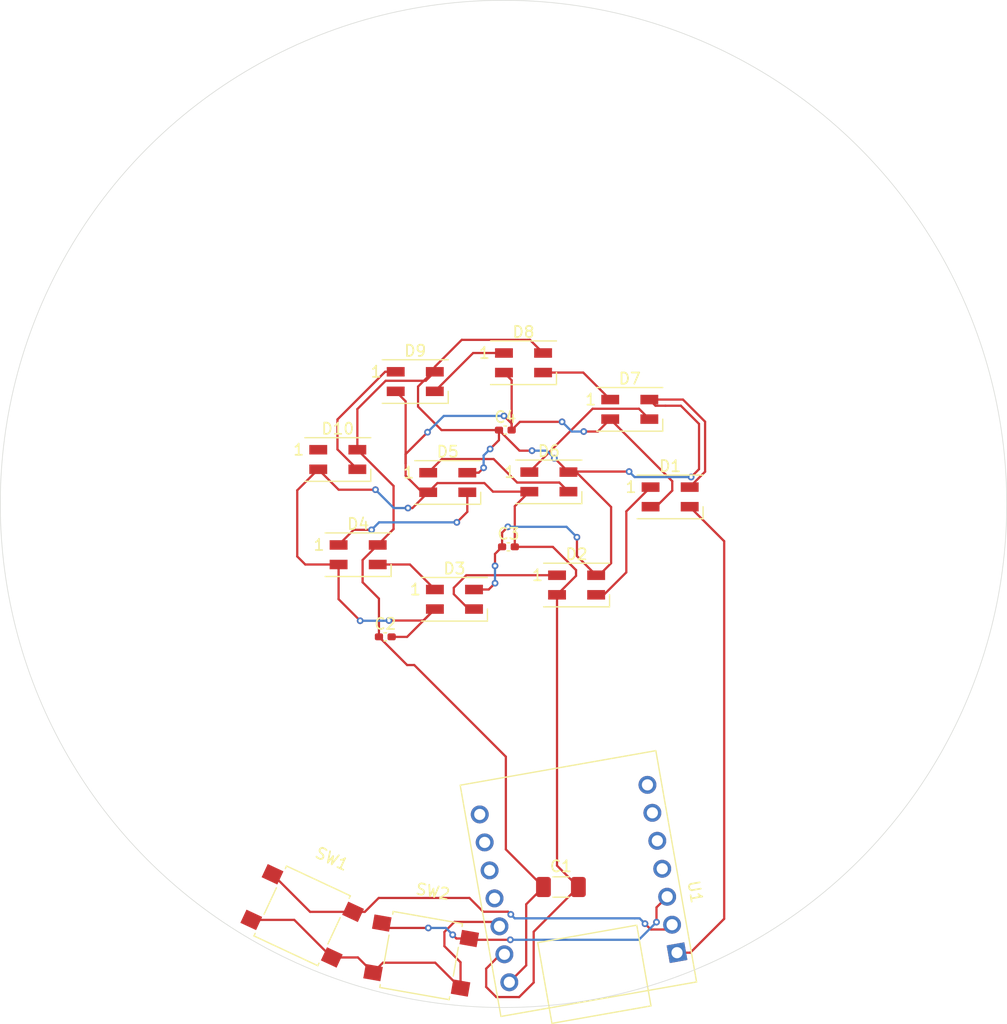
<source format=kicad_pcb>
(kicad_pcb (version 20221018) (generator pcbnew)
  (layers (0 "F.Cu" signal) (31 "B.Cu" signal) (34 "B.Paste" user) (35 "F.Paste" user) (36 "B.SilkS" user "B.Silkscreen") (37 "F.SilkS" user "F.Silkscreen") (38 "B.Mask" user) (39 "F.Mask" user) (44 "Edge.Cuts" user))
  (net 0 "")
  (net 1 "+5V")
  (net 2 "GND")
  (net 3 "Net-(D1-DOUT)")
  (net 4 "Net-(D1-DIN)")
  (net 5 "Net-(D2-DOUT)")
  (net 6 "Net-(D3-DOUT)")
  (net 7 "Net-(D4-DOUT)")
  (net 8 "Net-(D5-DOUT)")
  (net 9 "Net-(D6-DOUT)")
  (net 10 "Net-(D7-DOUT)")
  (net 11 "Net-(D8-DOUT)")
  (net 12 "Net-(D10-DIN)")
  (net 14 "+3.3V")
  (net 15 "Net-(U1-PA4_A1_D1)")
  (net 16 "Net-(U1-PA10_A2_D2)")
  (footprint "Button_Switch_SMD:SW_SPST_B3S-1000" (layer "F.Cu") (at 195.64 143.61 170)
    (fp_text reference "SW2" (at -0.040781 5.815431 170) (layer "F.SilkS"))
    (fp_text value "SW_Push")
    (fp_line (start -3.15 -3.45) (end 3.15 -3.45) (stroke (width 0.12)) (layer "F.SilkS"))
    (fp_line (start -3.15 -3.2) (end -3.15 -3.45) (stroke (width 0.12)) (layer "F.SilkS"))
    (fp_line (start -3.15 1.3) (end -3.15 -1.3) (stroke (width 0.12)) (layer "F.SilkS"))
    (fp_line (start -3.15 3.45) (end -3.15 3.2) (stroke (width 0.12)) (layer "F.SilkS"))
    (fp_line (start 3.15 -3.45) (end 3.15 -3.2) (stroke (width 0.12)) (layer "F.SilkS"))
    (fp_line (start 3.15 -1.3) (end 3.15 1.3) (stroke (width 0.12)) (layer "F.SilkS"))
    (fp_line (start 3.15 3.2) (end 3.15 3.45) (stroke (width 0.12)) (layer "F.SilkS"))
    (fp_line (start 3.15 3.45) (end -3.15 3.45) (stroke (width 0.12)) (layer "F.SilkS"))
    (pad "1" smd rect (at -3.975 -2.25 170) (size 1.55 1.3) (layers "F.Cu" "F.Paste" "F.Mask") (net 14 "+3.3V"))
    (pad "1" smd rect (at 3.975 -2.25 170) (size 1.55 1.3) (layers "F.Cu" "F.Paste" "F.Mask") (net 14 "+3.3V"))
    (pad "2" smd rect (at -3.975 2.25 170) (size 1.55 1.3) (layers "F.Cu" "F.Paste" "F.Mask") (net 16 "Net-(U1-PA10_A2_D2)"))
    (pad "2" smd rect (at 3.975 2.25 170) (size 1.55 1.3) (layers "F.Cu" "F.Paste" "F.Mask") (net 16 "Net-(U1-PA10_A2_D2)"))
  )
  (footprint "LED_SMD:LED_SK6812MINI_PLCC4_3.5x3.5mm_P1.75mm" (layer "F.Cu") (at 207.07 101.25)
    (fp_text reference "D6" (at 0 -2.75) (layer "F.SilkS"))
    (fp_text value "SK6812MINI")
    (fp_text user "1" (at -3.5 -0.875) (layer "F.SilkS"))
    (fp_line (start -2.95 -1.95) (end 2.95 -1.95) (stroke (width 0.12)) (layer "F.SilkS"))
    (fp_line (start -2.95 1.95) (end 2.95 1.95) (stroke (width 0.12)) (layer "F.SilkS"))
    (fp_line (start 2.95 1.95) (end 2.95 0.875) (stroke (width 0.12)) (layer "F.SilkS"))
    (pad "1" smd rect (at -1.75 -0.875) (size 1.6 0.85) (layers "F.Cu" "F.Paste" "F.Mask") (net 9 "Net-(D6-DOUT)"))
    (pad "2" smd rect (at -1.75 0.875) (size 1.6 0.85) (layers "F.Cu" "F.Paste" "F.Mask") (net 2 "GND"))
    (pad "3" smd rect (at 1.75 0.875) (size 1.6 0.85) (layers "F.Cu" "F.Paste" "F.Mask") (net 8 "Net-(D5-DOUT)"))
    (pad "4" smd rect (at 1.75 -0.875) (size 1.6 0.85) (layers "F.Cu" "F.Paste" "F.Mask") (net 1 "+5V"))
  )
  (footprint "Capacitor_SMD:C_1206_3216Metric_Pad1.33x1.80mm_HandSolder" (layer "F.Cu") (at 208.1475 137.48)
    (fp_text reference "C1" (at 0 -1.85) (layer "F.SilkS"))
    (fp_text value "100uF")
    (fp_line (start -0.711252 -0.91) (end 0.711252 -0.91) (stroke (width 0.12)) (layer "F.SilkS"))
    (fp_line (start -0.711252 0.91) (end 0.711252 0.91) (stroke (width 0.12)) (layer "F.SilkS"))
    (pad "1" smd roundrect (at -1.5625 0) (size 1.325 1.8) (layers "F.Cu" "F.Paste" "F.Mask") (roundrect_rratio 0.1886792453) (net 1 "+5V"))
    (pad "2" smd roundrect (at 1.5625 0) (size 1.325 1.8) (layers "F.Cu" "F.Paste" "F.Mask") (roundrect_rratio 0.1886792453) (net 2 "GND"))
  )
  (footprint "LED_SMD:LED_SK6812MINI_PLCC4_3.5x3.5mm_P1.75mm" (layer "F.Cu") (at 209.55 110.475)
    (fp_text reference "D2" (at 0 -2.75) (layer "F.SilkS"))
    (fp_text value "SK6812MINI")
    (fp_text user "1" (at -3.5 -0.875) (layer "F.SilkS"))
    (fp_line (start -2.95 -1.95) (end 2.95 -1.95) (stroke (width 0.12)) (layer "F.SilkS"))
    (fp_line (start -2.95 1.95) (end 2.95 1.95) (stroke (width 0.12)) (layer "F.SilkS"))
    (fp_line (start 2.95 1.95) (end 2.95 0.875) (stroke (width 0.12)) (layer "F.SilkS"))
    (pad "1" smd rect (at -1.75 -0.875) (size 1.6 0.85) (layers "F.Cu" "F.Paste" "F.Mask") (net 5 "Net-(D2-DOUT)"))
    (pad "2" smd rect (at -1.75 0.875) (size 1.6 0.85) (layers "F.Cu" "F.Paste" "F.Mask") (net 2 "GND"))
    (pad "3" smd rect (at 1.75 0.875) (size 1.6 0.85) (layers "F.Cu" "F.Paste" "F.Mask") (net 3 "Net-(D1-DOUT)"))
    (pad "4" smd rect (at 1.75 -0.875) (size 1.6 0.85) (layers "F.Cu" "F.Paste" "F.Mask") (net 1 "+5V"))
  )
  (footprint "Capacitor_SMD:C_0402_1005Metric_Pad0.74x0.62mm_HandSolder" (layer "F.Cu") (at 203.17 96.62)
    (fp_text reference "C4" (at 0 -1.16) (layer "F.SilkS"))
    (fp_text value "4.7nF")
    (fp_line (start -0.115835 -0.36) (end 0.115835 -0.36) (stroke (width 0.12)) (layer "F.SilkS"))
    (fp_line (start -0.115835 0.36) (end 0.115835 0.36) (stroke (width 0.12)) (layer "F.SilkS"))
    (pad "1" smd roundrect (at -0.5675 0) (size 0.735 0.62) (layers "F.Cu" "F.Paste" "F.Mask") (net 1 "+5V"))
    (pad "2" smd roundrect (at 0.5675 0) (size 0.735 0.62) (layers "F.Cu" "F.Paste" "F.Mask") (net 2 "GND"))
  )
  (footprint "LED_SMD:LED_SK6812MINI_PLCC4_3.5x3.5mm_P1.75mm" (layer "F.Cu") (at 217.92 102.595)
    (fp_text reference "D1" (at 0 -2.75) (layer "F.SilkS"))
    (fp_text value "SK6812MINI")
    (fp_text user "1" (at -3.5 -0.875) (layer "F.SilkS"))
    (fp_line (start -2.95 -1.95) (end 2.95 -1.95) (stroke (width 0.12)) (layer "F.SilkS"))
    (fp_line (start -2.95 1.95) (end 2.95 1.95) (stroke (width 0.12)) (layer "F.SilkS"))
    (fp_line (start 2.95 1.95) (end 2.95 0.875) (stroke (width 0.12)) (layer "F.SilkS"))
    (pad "1" smd rect (at -1.75 -0.875) (size 1.6 0.85) (layers "F.Cu" "F.Paste" "F.Mask") (net 3 "Net-(D1-DOUT)"))
    (pad "2" smd rect (at -1.75 0.875) (size 1.6 0.85) (layers "F.Cu" "F.Paste" "F.Mask") (net 2 "GND"))
    (pad "3" smd rect (at 1.75 0.875) (size 1.6 0.85) (layers "F.Cu" "F.Paste" "F.Mask") (net 4 "Net-(D1-DIN)"))
    (pad "4" smd rect (at 1.75 -0.875) (size 1.6 0.85) (layers "F.Cu" "F.Paste" "F.Mask") (net 1 "+5V"))
  )
  (footprint "LED_SMD:LED_SK6812MINI_PLCC4_3.5x3.5mm_P1.75mm" (layer "F.Cu") (at 188.18 99.25)
    (fp_text reference "D10" (at 0 -2.75) (layer "F.SilkS"))
    (fp_text value "SK6812MINI")
    (fp_text user "1" (at -3.5 -0.875) (layer "F.SilkS"))
    (fp_line (start -2.95 -1.95) (end 2.95 -1.95) (stroke (width 0.12)) (layer "F.SilkS"))
    (fp_line (start -2.95 1.95) (end 2.95 1.95) (stroke (width 0.12)) (layer "F.SilkS"))
    (fp_line (start 2.95 1.95) (end 2.95 0.875) (stroke (width 0.12)) (layer "F.SilkS"))
    (pad "1" smd rect (at -1.75 -0.875) (size 1.6 0.85) (layers "F.Cu" "F.Paste" "F.Mask"))
    (pad "2" smd rect (at -1.75 0.875) (size 1.6 0.85) (layers "F.Cu" "F.Paste" "F.Mask") (net 2 "GND"))
    (pad "3" smd rect (at 1.75 0.875) (size 1.6 0.85) (layers "F.Cu" "F.Paste" "F.Mask") (net 12 "Net-(D10-DIN)"))
    (pad "4" smd rect (at 1.75 -0.875) (size 1.6 0.85) (layers "F.Cu" "F.Paste" "F.Mask") (net 1 "+5V"))
  )
  (footprint "XIAO_PCB:MOUDLE14P-2.54-21X17.8MM" (layer "F.Cu") (at 209.71 137.171793 -80)
    (fp_text reference "U1" (at 2.54 -10.16 -80 unlocked) (layer "F.SilkS"))
    (fp_text value "MOUDLE-SEEEDUINO-XIAO")
    (fp_rect (start -10.5 -8.89) (end 10.5 8.89) (stroke (width 0.12)) (fill none) (layer "F.SilkS"))
    (fp_rect (start 4.57 -4.5) (end 11.9 4.5) (stroke (width 0.12)) (fill none) (layer "F.SilkS"))
    (pad "1" thru_hole rect (at 7.62 -7.62 280) (size 1.6 1.6) (drill 1) (layers "*.Cu" "*.Mask") (net 4 "Net-(D1-DIN)"))
    (pad "2" thru_hole circle (at 5.08 -7.62 280) (size 1.6 1.6) (drill 1) (layers "*.Cu" "*.Mask") (net 15 "Net-(U1-PA4_A1_D1)"))
    (pad "3" thru_hole circle (at 2.54 -7.62 280) (size 1.6 1.6) (drill 1) (layers "*.Cu" "*.Mask") (net 16 "Net-(U1-PA10_A2_D2)"))
    (pad "4" thru_hole circle (at 0 -7.62 280) (size 1.6 1.6) (drill 1) (layers "*.Cu" "*.Mask"))
    (pad "5" thru_hole circle (at -2.54 -7.62 280) (size 1.6 1.6) (drill 1) (layers "*.Cu" "*.Mask"))
    (pad "6" thru_hole circle (at -5.08 -7.62 280) (size 1.6 1.6) (drill 1) (layers "*.Cu" "*.Mask"))
    (pad "7" thru_hole circle (at -7.62 -7.62 280) (size 1.6 1.6) (drill 1) (layers "*.Cu" "*.Mask"))
    (pad "8" thru_hole circle (at -7.62 7.62 280) (size 1.6 1.6) (drill 1) (layers "*.Cu" "*.Mask"))
    (pad "9" thru_hole circle (at -5.08 7.62 280) (size 1.6 1.6) (drill 1) (layers "*.Cu" "*.Mask"))
    (pad "10" thru_hole circle (at -2.54 7.62 280) (size 1.6 1.6) (drill 1) (layers "*.Cu" "*.Mask"))
    (pad "11" thru_hole circle (at 0 7.62 280) (size 1.6 1.6) (drill 1) (layers "*.Cu" "*.Mask"))
    (pad "12" thru_hole circle (at 2.54 7.62 280) (size 1.6 1.6) (drill 1) (layers "*.Cu" "*.Mask") (net 14 "+3.3V"))
    (pad "13" thru_hole circle (at 5.08 7.62 280) (size 1.6 1.6) (drill 1) (layers "*.Cu" "*.Mask") (net 2 "GND"))
    (pad "14" thru_hole circle (at 7.62 7.62 280) (size 1.6 1.6) (drill 1) (layers "*.Cu" "*.Mask") (net 1 "+5V"))
  )
  (footprint "Capacitor_SMD:C_0402_1005Metric_Pad0.74x0.62mm_HandSolder" (layer "F.Cu") (at 192.43 115.11)
    (fp_text reference "C2" (at 0 -1.16) (layer "F.SilkS"))
    (fp_text value "4.7nF")
    (fp_line (start -0.115835 -0.36) (end 0.115835 -0.36) (stroke (width 0.12)) (layer "F.SilkS"))
    (fp_line (start -0.115835 0.36) (end 0.115835 0.36) (stroke (width 0.12)) (layer "F.SilkS"))
    (pad "1" smd roundrect (at -0.5675 0) (size 0.735 0.62) (layers "F.Cu" "F.Paste" "F.Mask") (net 1 "+5V"))
    (pad "2" smd roundrect (at 0.5675 0) (size 0.735 0.62) (layers "F.Cu" "F.Paste" "F.Mask") (net 2 "GND"))
  )
  (footprint "LED_SMD:LED_SK6812MINI_PLCC4_3.5x3.5mm_P1.75mm" (layer "F.Cu") (at 198.62 111.75)
    (fp_text reference "D3" (at 0 -2.75) (layer "F.SilkS"))
    (fp_text value "SK6812MINI")
    (fp_text user "1" (at -3.5 -0.875) (layer "F.SilkS"))
    (fp_line (start -2.95 -1.95) (end 2.95 -1.95) (stroke (width 0.12)) (layer "F.SilkS"))
    (fp_line (start -2.95 1.95) (end 2.95 1.95) (stroke (width 0.12)) (layer "F.SilkS"))
    (fp_line (start 2.95 1.95) (end 2.95 0.875) (stroke (width 0.12)) (layer "F.SilkS"))
    (pad "1" smd rect (at -1.75 -0.875) (size 1.6 0.85) (layers "F.Cu" "F.Paste" "F.Mask") (net 6 "Net-(D3-DOUT)"))
    (pad "2" smd rect (at -1.75 0.875) (size 1.6 0.85) (layers "F.Cu" "F.Paste" "F.Mask") (net 2 "GND"))
    (pad "3" smd rect (at 1.75 0.875) (size 1.6 0.85) (layers "F.Cu" "F.Paste" "F.Mask") (net 5 "Net-(D2-DOUT)"))
    (pad "4" smd rect (at 1.75 -0.875) (size 1.6 0.85) (layers "F.Cu" "F.Paste" "F.Mask") (net 1 "+5V"))
  )
  (footprint "Capacitor_SMD:C_0402_1005Metric_Pad0.74x0.62mm_HandSolder" (layer "F.Cu") (at 203.45 107.06)
    (fp_text reference "C3" (at 0 -1.16) (layer "F.SilkS"))
    (fp_text value "4.7nF")
    (fp_line (start -0.115835 -0.36) (end 0.115835 -0.36) (stroke (width 0.12)) (layer "F.SilkS"))
    (fp_line (start -0.115835 0.36) (end 0.115835 0.36) (stroke (width 0.12)) (layer "F.SilkS"))
    (pad "1" smd roundrect (at -0.5675 0) (size 0.735 0.62) (layers "F.Cu" "F.Paste" "F.Mask") (net 1 "+5V"))
    (pad "2" smd roundrect (at 0.5675 0) (size 0.735 0.62) (layers "F.Cu" "F.Paste" "F.Mask") (net 2 "GND"))
  )
  (footprint "LED_SMD:LED_SK6812MINI_PLCC4_3.5x3.5mm_P1.75mm" (layer "F.Cu") (at 195.11 92.28)
    (fp_text reference "D9" (at 0 -2.75) (layer "F.SilkS"))
    (fp_text value "SK6812MINI")
    (fp_text user "1" (at -3.5 -0.875) (layer "F.SilkS"))
    (fp_line (start -2.95 -1.95) (end 2.95 -1.95) (stroke (width 0.12)) (layer "F.SilkS"))
    (fp_line (start -2.95 1.95) (end 2.95 1.95) (stroke (width 0.12)) (layer "F.SilkS"))
    (fp_line (start 2.95 1.95) (end 2.95 0.875) (stroke (width 0.12)) (layer "F.SilkS"))
    (pad "1" smd rect (at -1.75 -0.875) (size 1.6 0.85) (layers "F.Cu" "F.Paste" "F.Mask") (net 12 "Net-(D10-DIN)"))
    (pad "2" smd rect (at -1.75 0.875) (size 1.6 0.85) (layers "F.Cu" "F.Paste" "F.Mask") (net 2 "GND"))
    (pad "3" smd rect (at 1.75 0.875) (size 1.6 0.85) (layers "F.Cu" "F.Paste" "F.Mask") (net 11 "Net-(D8-DOUT)"))
    (pad "4" smd rect (at 1.75 -0.875) (size 1.6 0.85) (layers "F.Cu" "F.Paste" "F.Mask") (net 1 "+5V"))
  )
  (footprint "LED_SMD:LED_SK6812MINI_PLCC4_3.5x3.5mm_P1.75mm" (layer "F.Cu") (at 214.31 94.765)
    (fp_text reference "D7" (at 0 -2.75) (layer "F.SilkS"))
    (fp_text value "SK6812MINI")
    (fp_text user "1" (at -3.5 -0.875) (layer "F.SilkS"))
    (fp_line (start -2.95 -1.95) (end 2.95 -1.95) (stroke (width 0.12)) (layer "F.SilkS"))
    (fp_line (start -2.95 1.95) (end 2.95 1.95) (stroke (width 0.12)) (layer "F.SilkS"))
    (fp_line (start 2.95 1.95) (end 2.95 0.875) (stroke (width 0.12)) (layer "F.SilkS"))
    (pad "1" smd rect (at -1.75 -0.875) (size 1.6 0.85) (layers "F.Cu" "F.Paste" "F.Mask") (net 10 "Net-(D7-DOUT)"))
    (pad "2" smd rect (at -1.75 0.875) (size 1.6 0.85) (layers "F.Cu" "F.Paste" "F.Mask") (net 2 "GND"))
    (pad "3" smd rect (at 1.75 0.875) (size 1.6 0.85) (layers "F.Cu" "F.Paste" "F.Mask") (net 9 "Net-(D6-DOUT)"))
    (pad "4" smd rect (at 1.75 -0.875) (size 1.6 0.85) (layers "F.Cu" "F.Paste" "F.Mask") (net 1 "+5V"))
  )
  (footprint "LED_SMD:LED_SK6812MINI_PLCC4_3.5x3.5mm_P1.75mm" (layer "F.Cu") (at 190 107.765)
    (fp_text reference "D4" (at 0 -2.75) (layer "F.SilkS"))
    (fp_text value "SK6812MINI")
    (fp_text user "1" (at -3.5 -0.875) (layer "F.SilkS"))
    (fp_line (start -2.95 -1.95) (end 2.95 -1.95) (stroke (width 0.12)) (layer "F.SilkS"))
    (fp_line (start -2.95 1.95) (end 2.95 1.95) (stroke (width 0.12)) (layer "F.SilkS"))
    (fp_line (start 2.95 1.95) (end 2.95 0.875) (stroke (width 0.12)) (layer "F.SilkS"))
    (pad "1" smd rect (at -1.75 -0.875) (size 1.6 0.85) (layers "F.Cu" "F.Paste" "F.Mask") (net 7 "Net-(D4-DOUT)"))
    (pad "2" smd rect (at -1.75 0.875) (size 1.6 0.85) (layers "F.Cu" "F.Paste" "F.Mask") (net 2 "GND"))
    (pad "3" smd rect (at 1.75 0.875) (size 1.6 0.85) (layers "F.Cu" "F.Paste" "F.Mask") (net 6 "Net-(D3-DOUT)"))
    (pad "4" smd rect (at 1.75 -0.875) (size 1.6 0.85) (layers "F.Cu" "F.Paste" "F.Mask") (net 1 "+5V"))
  )
  (footprint "Button_Switch_SMD:SW_SPST_B3S-1000" (layer "F.Cu") (at 184.99 140.06 155)
    (fp_text reference "SW1" (at -0.255426 5.746334 155) (layer "F.SilkS"))
    (fp_text value "SW_Push")
    (fp_line (start -3.15 -3.45) (end 3.15 -3.45) (stroke (width 0.12)) (layer "F.SilkS"))
    (fp_line (start -3.15 -3.2) (end -3.15 -3.45) (stroke (width 0.12)) (layer "F.SilkS"))
    (fp_line (start -3.15 1.3) (end -3.15 -1.3) (stroke (width 0.12)) (layer "F.SilkS"))
    (fp_line (start -3.15 3.45) (end -3.15 3.2) (stroke (width 0.12)) (layer "F.SilkS"))
    (fp_line (start 3.15 -3.45) (end 3.15 -3.2) (stroke (width 0.12)) (layer "F.SilkS"))
    (fp_line (start 3.15 -1.3) (end 3.15 1.3) (stroke (width 0.12)) (layer "F.SilkS"))
    (fp_line (start 3.15 3.2) (end 3.15 3.45) (stroke (width 0.12)) (layer "F.SilkS"))
    (fp_line (start 3.15 3.45) (end -3.15 3.45) (stroke (width 0.12)) (layer "F.SilkS"))
    (pad "1" smd rect (at -3.975 -2.25 155) (size 1.55 1.3) (layers "F.Cu" "F.Paste" "F.Mask") (net 14 "+3.3V"))
    (pad "1" smd rect (at 3.975 -2.25 155) (size 1.55 1.3) (layers "F.Cu" "F.Paste" "F.Mask") (net 14 "+3.3V"))
    (pad "2" smd rect (at -3.975 2.25 155) (size 1.55 1.3) (layers "F.Cu" "F.Paste" "F.Mask") (net 15 "Net-(U1-PA4_A1_D1)"))
    (pad "2" smd rect (at 3.975 2.25 155) (size 1.55 1.3) (layers "F.Cu" "F.Paste" "F.Mask") (net 15 "Net-(U1-PA4_A1_D1)"))
  )
  (footprint "LED_SMD:LED_SK6812MINI_PLCC4_3.5x3.5mm_P1.75mm" (layer "F.Cu") (at 204.8 90.6)
    (fp_text reference "D8" (at 0 -2.75) (layer "F.SilkS"))
    (fp_text value "SK6812MINI")
    (fp_text user "1" (at -3.5 -0.875) (layer "F.SilkS"))
    (fp_line (start -2.95 -1.95) (end 2.95 -1.95) (stroke (width 0.12)) (layer "F.SilkS"))
    (fp_line (start -2.95 1.95) (end 2.95 1.95) (stroke (width 0.12)) (layer "F.SilkS"))
    (fp_line (start 2.95 1.95) (end 2.95 0.875) (stroke (width 0.12)) (layer "F.SilkS"))
    (pad "1" smd rect (at -1.75 -0.875) (size 1.6 0.85) (layers "F.Cu" "F.Paste" "F.Mask") (net 11 "Net-(D8-DOUT)"))
    (pad "2" smd rect (at -1.75 0.875) (size 1.6 0.85) (layers "F.Cu" "F.Paste" "F.Mask") (net 2 "GND"))
    (pad "3" smd rect (at 1.75 0.875) (size 1.6 0.85) (layers "F.Cu" "F.Paste" "F.Mask") (net 10 "Net-(D7-DOUT)"))
    (pad "4" smd rect (at 1.75 -0.875) (size 1.6 0.85) (layers "F.Cu" "F.Paste" "F.Mask") (net 1 "+5V"))
  )
  (footprint "LED_SMD:LED_SK6812MINI_PLCC4_3.5x3.5mm_P1.75mm" (layer "F.Cu") (at 198.02 101.305)
    (fp_text reference "D5" (at 0 -2.75) (layer "F.SilkS"))
    (fp_text value "SK6812MINI")
    (fp_text user "1" (at -3.5 -0.875) (layer "F.SilkS"))
    (fp_line (start -2.95 -1.95) (end 2.95 -1.95) (stroke (width 0.12)) (layer "F.SilkS"))
    (fp_line (start -2.95 1.95) (end 2.95 1.95) (stroke (width 0.12)) (layer "F.SilkS"))
    (fp_line (start 2.95 1.95) (end 2.95 0.875) (stroke (width 0.12)) (layer "F.SilkS"))
    (pad "1" smd rect (at -1.75 -0.875) (size 1.6 0.85) (layers "F.Cu" "F.Paste" "F.Mask") (net 8 "Net-(D5-DOUT)"))
    (pad "2" smd rect (at -1.75 0.875) (size 1.6 0.85) (layers "F.Cu" "F.Paste" "F.Mask") (net 2 "GND"))
    (pad "3" smd rect (at 1.75 0.875) (size 1.6 0.85) (layers "F.Cu" "F.Paste" "F.Mask") (net 7 "Net-(D4-DOUT)"))
    (pad "4" smd rect (at 1.75 -0.875) (size 1.6 0.85) (layers "F.Cu" "F.Paste" "F.Mask") (net 1 "+5V"))
  )
  (gr_circle (center 203.01 103.22) (end 227.92 140.74) (stroke (width 0.05)) (fill none) (layer "Edge.Cuts"))
  (segment (start 206.55 89.725) (end 205.375 88.55) (width 0.2) (layer "F.Cu") (net 1))
  (segment (start 202.8825 107.06) (end 202.8825 105.7875) (width 0.2) (layer "F.Cu") (net 1))
  (segment (start 204.4425 98.46) (end 205.56 98.46) (width 0.2) (layer "F.Cu") (net 1))
  (segment (start 203.22 134.115) (end 203.22 125.83) (width 0.2) (layer "F.Cu") (net 1))
  (segment (start 218.88 94.44) (end 220.51 96.07) (width 0.2) (layer "F.Cu") (net 1))
  (segment (start 197.46 96.62) (end 202.6025 96.62) (width 0.2) (layer "F.Cu") (net 1))
  (segment (start 209.58 106.2) (end 209.58 107.88) (width 0.2) (layer "F.Cu") (net 1))
  (segment (start 191.8625 115.11) (end 191.8625 111.6925) (width 0.2) (layer "F.Cu") (net 1))
  (segment (start 211.56 109.6) (end 211.3 109.6) (width 0.2) (layer "F.Cu") (net 1))
  (segment (start 212.64 103.5) (end 212.64 108.52) (width 0.2) (layer "F.Cu") (net 1))
  (segment (start 189.93 94.74) (end 192.46 92.21) (width 0.2) (layer "F.Cu") (net 1))
  (segment (start 192.46 92.21) (end 196.055 92.21) (width 0.2) (layer "F.Cu") (net 1))
  (segment (start 199.27 88.55) (end 196.86 90.96) (width 0.2) (layer "F.Cu") (net 1))
  (segment (start 221.05 95.87) (end 221.05 100.34) (width 0.2) (layer "F.Cu") (net 1))
  (segment (start 205.04 144.488191) (end 205.04 139.025) (width 0.2) (layer "F.Cu") (net 1))
  (segment (start 195.36 92.73) (end 195.36 94.52) (width 0.2) (layer "F.Cu") (net 1))
  (segment (start 209.515 100.375) (end 212.64 103.5) (width 0.2) (layer "F.Cu") (net 1))
  (segment (start 202.25 107.6925) (end 202.8825 107.06) (width 0.2) (layer "F.Cu") (net 1))
  (segment (start 202.8825 105.7875) (end 203.4 105.27) (width 0.2) (layer "F.Cu") (net 1))
  (segment (start 202.6025 97.5175) (end 202.6025 96.62) (width 0.2) (layer "F.Cu") (net 1))
  (segment (start 209.58 107.88) (end 211.3 109.6) (width 0.2) (layer "F.Cu") (net 1))
  (segment (start 201.685 110.875) (end 202.25 110.31) (width 0.2) (layer "F.Cu") (net 1))
  (segment (start 220.51 96.07) (end 220.51 100.11) (width 0.2) (layer "F.Cu") (net 1))
  (segment (start 191.8625 111.6925) (end 190.4 110.23) (width 0.2) (layer "F.Cu") (net 1))
  (segment (start 205.375 88.55) (end 199.27 88.55) (width 0.2) (layer "F.Cu") (net 1))
  (segment (start 195.02 117.63) (end 194.3825 117.63) (width 0.2) (layer "F.Cu") (net 1))
  (segment (start 207.56 99.14) (end 207.585 99.14) (width 0.2) (layer "F.Cu") (net 1))
  (segment (start 216.61 94.44) (end 217.5 94.44) (width 0.2) (layer "F.Cu") (net 1))
  (segment (start 191.75 106.89) (end 193.17 105.47) (width 0.2) (layer "F.Cu") (net 1))
  (segment (start 193.17 105.47) (end 193.17 101.615) (width 0.2) (layer "F.Cu") (net 1))
  (segment (start 196.86 91.405) (end 196.685 91.405) (width 0.2) (layer "F.Cu") (net 1))
  (segment (start 199.77 100.43) (end 200.79 100.43) (width 0.2) (layer "F.Cu") (net 1))
  (segment (start 220.51 100.11) (end 219.8 100.82) (width 0.2) (layer "F.Cu") (net 1))
  (segment (start 202.6025 96.62) (end 204.4425 98.46) (width 0.2) (layer "F.Cu") (net 1))
  (segment (start 208.865 100.33) (end 208.82 100.375) (width 0.2) (layer "F.Cu") (net 1))
  (segment (start 221.05 100.34) (end 219.67 101.72) (width 0.2) (layer "F.Cu") (net 1))
  (segment (start 200.79 100.43) (end 201.23 99.99) (width 0.2) (layer "F.Cu") (net 1))
  (segment (start 217.5 94.44) (end 218.88 94.44) (width 0.2) (layer "F.Cu") (net 1))
  (segment (start 207.585 99.14) (end 208.82 100.375) (width 0.2) (layer "F.Cu") (net 1))
  (segment (start 193.17 101.615) (end 189.93 98.375) (width 0.2) (layer "F.Cu") (net 1))
  (segment (start 196.86 90.96) (end 196.86 91.405) (width 0.2) (layer "F.Cu") (net 1))
  (segment (start 219.07 93.89) (end 221.05 95.87) (width 0.2) (layer "F.Cu") (net 1))
  (segment (start 201.81 98.31) (end 202.6025 97.5175) (width 0.2) (layer "F.Cu") (net 1))
  (segment (start 195.36 94.52) (end 197.46 96.62) (width 0.2) (layer "F.Cu") (net 1))
  (segment (start 196.055 92.21) (end 196.86 91.405) (width 0.2) (layer "F.Cu") (net 1))
  (segment (start 208.82 100.375) (end 209.515 100.375) (width 0.2) (layer "F.Cu") (net 1))
  (segment (start 190.4 108.24) (end 191.75 106.89) (width 0.2) (layer "F.Cu") (net 1))
  (segment (start 203.22 125.83) (end 195.02 117.63) (width 0.2) (layer "F.Cu") (net 1))
  (segment (start 190.4 110.23) (end 190.4 108.24) (width 0.2) (layer "F.Cu") (net 1))
  (segment (start 203.528964 145.999227) (end 205.04 144.488191) (width 0.2) (layer "F.Cu") (net 1))
  (segment (start 206.585 137.48) (end 203.22 134.115) (width 0.2) (layer "F.Cu") (net 1))
  (segment (start 216.06 93.89) (end 219.07 93.89) (width 0.2) (layer "F.Cu") (net 1))
  (segment (start 214.25 100.33) (end 208.865 100.33) (width 0.2) (layer "F.Cu") (net 1))
  (segment (start 205.04 139.025) (end 206.585 137.48) (width 0.2) (layer "F.Cu") (net 1))
  (segment (start 196.685 91.405) (end 195.36 92.73) (width 0.2) (layer "F.Cu") (net 1))
  (segment (start 200.37 110.875) (end 201.685 110.875) (width 0.2) (layer "F.Cu") (net 1))
  (segment (start 189.93 98.375) (end 189.93 94.74) (width 0.2) (layer "F.Cu") (net 1))
  (segment (start 216.06 93.89) (end 216.61 94.44) (width 0.2) (layer "F.Cu") (net 1))
  (segment (start 212.64 108.52) (end 211.56 109.6) (width 0.2) (layer "F.Cu") (net 1))
  (segment (start 194.3825 117.63) (end 191.8625 115.11) (width 0.2) (layer "F.Cu") (net 1))
  (segment (start 202.25 108.76) (end 202.25 107.6925) (width 0.2) (layer "F.Cu") (net 1))
  (via (at 207.56 99.14) (size 0.6) (drill 0.3) (layers "F.Cu" "B.Cu") (net 1))
  (via (at 201.81 98.31) (size 0.6) (drill 0.3) (layers "F.Cu" "B.Cu") (net 1))
  (via (at 202.25 108.76) (size 0.6) (drill 0.3) (layers "F.Cu" "B.Cu") (net 1))
  (via (at 209.58 106.2) (size 0.6) (drill 0.3) (layers "F.Cu" "B.Cu") (net 1))
  (via (at 214.25 100.33) (size 0.6) (drill 0.3) (layers "F.Cu" "B.Cu") (net 1))
  (via (at 202.25 110.31) (size 0.6) (drill 0.3) (layers "F.Cu" "B.Cu") (net 1))
  (via (at 201.23 99.99) (size 0.6) (drill 0.3) (layers "F.Cu" "B.Cu") (net 1))
  (via (at 205.56 98.46) (size 0.6) (drill 0.3) (layers "F.Cu" "B.Cu") (net 1))
  (via (at 219.8 100.82) (size 0.6) (drill 0.3) (layers "F.Cu" "B.Cu") (net 1))
  (via (at 203.4 105.27) (size 0.6) (drill 0.3) (layers "F.Cu" "B.Cu") (net 1))
  (segment (start 206.88 98.46) (end 207.56 99.14) (width 0.2) (layer "B.Cu") (net 1))
  (segment (start 201.23 98.89) (end 201.81 98.31) (width 0.2) (layer "B.Cu") (net 1))
  (segment (start 214.74 100.82) (end 214.25 100.33) (width 0.2) (layer "B.Cu") (net 1))
  (segment (start 208.65 105.27) (end 209.58 106.2) (width 0.2) (layer "B.Cu") (net 1))
  (segment (start 219.8 100.82) (end 214.74 100.82) (width 0.2) (layer "B.Cu") (net 1))
  (segment (start 202.25 110.31) (end 202.25 108.76) (width 0.2) (layer "B.Cu") (net 1))
  (segment (start 205.56 98.46) (end 206.88 98.46) (width 0.2) (layer "B.Cu") (net 1))
  (segment (start 201.23 99.99) (end 201.23 98.89) (width 0.2) (layer "B.Cu") (net 1))
  (segment (start 203.4 105.27) (end 208.65 105.27) (width 0.2) (layer "B.Cu") (net 1))
  (segment (start 203.7375 96.0375) (end 203.05 95.35) (width 0.2) (layer "F.Cu") (net 2))
  (segment (start 201.46 144.78) (end 201.46 146.42) (width 0.2) (layer "F.Cu") (net 2))
  (segment (start 205.71 146.02) (end 205.71 141.48) (width 0.2) (layer "F.Cu") (net 2))
  (segment (start 218.11 101.19) (end 212.56 95.64) (width 0.2) (layer "F.Cu") (net 2))
  (segment (start 204.0175 107.06) (end 207.42 107.06) (width 0.2) (layer "F.Cu") (net 2))
  (segment (start 192.76 113.65) (end 195.845 113.65) (width 0.2) (layer "F.Cu") (net 2))
  (segment (start 203.7375 96.62) (end 203.7375 96.0375) (width 0.2) (layer "F.Cu") (net 2))
  (segment (start 192.9975 115.11) (end 194.385 115.11) (width 0.2) (layer "F.Cu") (net 2))
  (segment (start 186.43 100.125) (end 184.55 102.005) (width 0.2) (layer "F.Cu") (net 2))
  (segment (start 194.385 115.11) (end 196.87 112.625) (width 0.2) (layer "F.Cu") (net 2))
  (segment (start 195.845 113.65) (end 196.87 112.625) (width 0.2) (layer "F.Cu") (net 2))
  (segment (start 203.087898 143.497815) (end 202.742185 143.497815) (width 0.2) (layer "F.Cu") (net 2))
  (segment (start 207.42 107.06) (end 209.5 109.14) (width 0.2) (layer "F.Cu") (net 2))
  (segment (start 188.25 108.64) (end 188.25 111.74) (width 0.2) (layer "F.Cu") (net 2))
  (segment (start 204.0175 103.4275) (end 205.32 102.125) (width 0.2) (layer "F.Cu") (net 2))
  (segment (start 202.742185 143.497815) (end 201.46 144.78) (width 0.2) (layer "F.Cu") (net 2))
  (segment (start 201.3 101.36) (end 197.09 101.36) (width 0.2) (layer "F.Cu") (net 2))
  (segment (start 194.86 103.59) (end 196.27 102.18) (width 0.2) (layer "F.Cu") (net 2))
  (segment (start 195.73 102.18) (end 196.27 102.18) (width 0.2) (layer "F.Cu") (net 2))
  (segment (start 207.8 135.57) (end 209.71 137.48) (width 0.2) (layer "F.Cu") (net 2))
  (segment (start 193.36 93.155) (end 194.25 94.045) (width 0.2) (layer "F.Cu") (net 2))
  (segment (start 210.19 96.75) (end 211.45 96.75) (width 0.2) (layer "F.Cu") (net 2))
  (segment (start 216.17 103.47) (end 216.67 103.47) (width 0.2) (layer "F.Cu") (net 2))
  (segment (start 203.7375 96.62) (end 203.7375 92.1625) (width 0.2) (layer "F.Cu") (net 2))
  (segment (start 184.55 102.005) (end 184.55 107.92) (width 0.2) (layer "F.Cu") (net 2))
  (segment (start 194.46 103.59) (end 194.86 103.59) (width 0.2) (layer "F.Cu") (net 2))
  (segment (start 186.43 100.125) (end 188.255 101.95) (width 0.2) (layer "F.Cu") (net 2))
  (segment (start 211.45 96.75) (end 212.56 95.64) (width 0.2) (layer "F.Cu") (net 2))
  (segment (start 209.5 109.65) (end 207.8 111.35) (width 0.2) (layer "F.Cu") (net 2))
  (segment (start 207.8 111.35) (end 207.8 135.57) (width 0.2) (layer "F.Cu") (net 2))
  (segment (start 194.25 94.045) (end 194.25 99.61) (width 0.2) (layer "F.Cu") (net 2))
  (segment (start 204.4775 95.88) (end 208.25 95.88) (width 0.2) (layer "F.Cu") (net 2))
  (segment (start 188.255 101.95) (end 191.55 101.95) (width 0.2) (layer "F.Cu") (net 2))
  (segment (start 197.09 101.36) (end 196.27 102.18) (width 0.2) (layer "F.Cu") (net 2))
  (segment (start 205.32 102.125) (end 202.065 102.125) (width 0.2) (layer "F.Cu") (net 2))
  (segment (start 184.55 107.92) (end 185.27 108.64) (width 0.2) (layer "F.Cu") (net 2))
  (segment (start 204.0175 107.06) (end 204.0175 103.4275) (width 0.2) (layer "F.Cu") (net 2))
  (segment (start 216.67 103.47) (end 218.11 102.03) (width 0.2) (layer "F.Cu") (net 2))
  (segment (start 202.36 147.32) (end 204.41 147.32) (width 0.2) (layer "F.Cu") (net 2))
  (segment (start 202.065 102.125) (end 201.3 101.36) (width 0.2) (layer "F.Cu") (net 2))
  (segment (start 205.71 141.48) (end 209.71 137.48) (width 0.2) (layer "F.Cu") (net 2))
  (segment (start 204.41 147.32) (end 205.71 146.02) (width 0.2) (layer "F.Cu") (net 2))
  (segment (start 203.7375 92.1625) (end 203.05 91.475) (width 0.2) (layer "F.Cu") (net 2))
  (segment (start 203.7375 96.62) (end 204.4775 95.88) (width 0.2) (layer "F.Cu") (net 2))
  (segment (start 218.11 102.03) (end 218.11 101.19) (width 0.2) (layer "F.Cu") (net 2))
  (segment (start 188.25 111.74) (end 190.18 113.67) (width 0.2) (layer "F.Cu") (net 2))
  (segment (start 209.5 109.14) (end 209.5 109.65) (width 0.2) (layer "F.Cu") (net 2))
  (segment (start 185.27 108.64) (end 188.25 108.64) (width 0.2) (layer "F.Cu") (net 2))
  (segment (start 201.46 146.42) (end 202.36 147.32) (width 0.2) (layer "F.Cu") (net 2))
  (segment (start 194.25 99.61) (end 194.25 100.7) (width 0.2) (layer "F.Cu") (net 2))
  (segment (start 194.25 98.77) (end 194.25 99.61) (width 0.2) (layer "F.Cu") (net 2))
  (segment (start 194.25 100.7) (end 195.73 102.18) (width 0.2) (layer "F.Cu") (net 2))
  (segment (start 196.21 96.81) (end 194.25 98.77) (width 0.2) (layer "F.Cu") (net 2))
  (via (at 191.55 101.95) (size 0.6) (drill 0.3) (layers "F.Cu" "B.Cu") (net 2))
  (via (at 196.21 96.81) (size 0.6) (drill 0.3) (layers "F.Cu" "B.Cu") (net 2))
  (via (at 210.19 96.75) (size 0.6) (drill 0.3) (layers "F.Cu" "B.Cu") (net 2))
  (via (at 192.76 113.65) (size 0.6) (drill 0.3) (layers "F.Cu" "B.Cu") (net 2))
  (via (at 194.46 103.59) (size 0.6) (drill 0.3) (layers "F.Cu" "B.Cu") (net 2))
  (via (at 203.05 95.35) (size 0.6) (drill 0.3) (layers "F.Cu" "B.Cu") (net 2))
  (via (at 208.25 95.88) (size 0.6) (drill 0.3) (layers "F.Cu" "B.Cu") (net 2))
  (via (at 190.18 113.67) (size 0.6) (drill 0.3) (layers "F.Cu" "B.Cu") (net 2))
  (segment (start 190.18 113.67) (end 192.74 113.67) (width 0.2) (layer "B.Cu") (net 2))
  (segment (start 193.19 103.59) (end 194.46 103.59) (width 0.2) (layer "B.Cu") (net 2))
  (segment (start 208.25 95.88) (end 209.12 96.75) (width 0.2) (layer "B.Cu") (net 2))
  (segment (start 191.55 101.95) (end 193.19 103.59) (width 0.2) (layer "B.Cu") (net 2))
  (segment (start 203.05 95.35) (end 197.67 95.35) (width 0.2) (layer "B.Cu") (net 2))
  (segment (start 197.67 95.35) (end 196.21 96.81) (width 0.2) (layer "B.Cu") (net 2))
  (segment (start 209.12 96.75) (end 210.19 96.75) (width 0.2) (layer "B.Cu") (net 2))
  (segment (start 192.74 113.67) (end 192.76 113.65) (width 0.2) (layer "B.Cu") (net 2))
  (segment (start 211.3 111.35) (end 211.99 111.35) (width 0.2) (layer "F.Cu") (net 3))
  (segment (start 211.99 111.35) (end 214 109.34) (width 0.2) (layer "F.Cu") (net 3))
  (segment (start 214 103.89) (end 216.17 101.72) (width 0.2) (layer "F.Cu") (net 3))
  (segment (start 214 109.34) (end 214 103.89) (width 0.2) (layer "F.Cu") (net 3))
  (segment (start 219.727171 143.352829) (end 222.76 140.32) (width 0.2) (layer "F.Cu") (net 4))
  (segment (start 218.537434 143.352829) (end 219.727171 143.352829) (width 0.2) (layer "F.Cu") (net 4))
  (segment (start 222.76 106.56) (end 219.67 103.47) (width 0.2) (layer "F.Cu") (net 4))
  (segment (start 222.76 140.32) (end 222.76 106.56) (width 0.2) (layer "F.Cu") (net 4))
  (segment (start 199.68 109.6) (end 207.8 109.6) (width 0.2) (layer "F.Cu") (net 5))
  (segment (start 198.56 110.72) (end 199.68 109.6) (width 0.2) (layer "F.Cu") (net 5))
  (segment (start 199.895 112.625) (end 198.56 111.29) (width 0.2) (layer "F.Cu") (net 5))
  (segment (start 200.37 112.625) (end 199.895 112.625) (width 0.2) (layer "F.Cu") (net 5))
  (segment (start 198.56 111.29) (end 198.56 110.72) (width 0.2) (layer "F.Cu") (net 5))
  (segment (start 194.635 108.64) (end 196.87 110.875) (width 0.2) (layer "F.Cu") (net 6))
  (segment (start 191.75 108.64) (end 194.635 108.64) (width 0.2) (layer "F.Cu") (net 6))
  (segment (start 199.77 103.93) (end 198.83 104.87) (width 0.2) (layer "F.Cu") (net 7))
  (segment (start 191.2 105.54) (end 189.6 105.54) (width 0.2) (layer "F.Cu") (net 7))
  (segment (start 199.77 102.18) (end 199.77 103.93) (width 0.2) (layer "F.Cu") (net 7))
  (segment (start 189.6 105.54) (end 188.25 106.89) (width 0.2) (layer "F.Cu") (net 7))
  (via (at 198.83 104.87) (size 0.6) (drill 0.3) (layers "F.Cu" "B.Cu") (net 7))
  (via (at 191.2 105.54) (size 0.6) (drill 0.3) (layers "F.Cu" "B.Cu") (net 7))
  (segment (start 198.83 104.87) (end 191.87 104.87) (width 0.2) (layer "B.Cu") (net 7))
  (segment (start 191.87 104.87) (end 191.2 105.54) (width 0.2) (layer "B.Cu") (net 7))
  (segment (start 208.005 101.31) (end 208.82 102.125) (width 0.2) (layer "F.Cu") (net 8))
  (segment (start 197.49 99.21) (end 202.13 99.21) (width 0.2) (layer "F.Cu") (net 8))
  (segment (start 204.23 101.31) (end 208.005 101.31) (width 0.2) (layer "F.Cu") (net 8))
  (segment (start 202.13 99.21) (end 204.23 101.31) (width 0.2) (layer "F.Cu") (net 8))
  (segment (start 196.27 100.43) (end 197.49 99.21) (width 0.2) (layer "F.Cu") (net 8))
  (segment (start 215.13 94.71) (end 216.06 95.64) (width 0.2) (layer "F.Cu") (net 9))
  (segment (start 205.32 100.375) (end 210.985 94.71) (width 0.2) (layer "F.Cu") (net 9))
  (segment (start 210.985 94.71) (end 215.13 94.71) (width 0.2) (layer "F.Cu") (net 9))
  (segment (start 210.145 91.475) (end 212.56 93.89) (width 0.2) (layer "F.Cu") (net 10))
  (segment (start 206.55 91.475) (end 210.145 91.475) (width 0.2) (layer "F.Cu") (net 10))
  (segment (start 200.29 89.725) (end 196.86 93.155) (width 0.2) (layer "F.Cu") (net 11))
  (segment (start 203.05 89.725) (end 200.29 89.725) (width 0.2) (layer "F.Cu") (net 11))
  (segment (start 192.415 91.405) (end 193.36 91.405) (width 0.2) (layer "F.Cu") (net 12))
  (segment (start 188.15 95.67) (end 192.415 91.405) (width 0.2) (layer "F.Cu") (net 12))
  (segment (start 188.15 98.345) (end 188.15 95.67) (width 0.2) (layer "F.Cu") (net 12))
  (segment (start 189.93 100.125) (end 188.15 98.345) (width 0.2) (layer "F.Cu") (net 12))
  (segment (start 180.436535 140.419285) (end 184.281867 140.419285) (width 0.2) (layer "F.Cu") (net 14))
  (segment (start 198.62 140.6) (end 202.250427 140.6) (width 0.2) (layer "F.Cu") (net 14))
  (segment (start 184.281867 140.419285) (end 187.641682 143.7791) (width 0.2) (layer "F.Cu") (net 14))
  (segment (start 197.72 141.5) (end 198.62 140.6) (width 0.2) (layer "F.Cu") (net 14))
  (segment (start 199.163902 146.516069) (end 199.163902 144.213902) (width 0.2) (layer "F.Cu") (net 14))
  (segment (start 199.163902 144.213902) (end 197.72 142.77) (width 0.2) (layer "F.Cu") (net 14))
  (segment (start 197.72 142.77) (end 197.72 141.5) (width 0.2) (layer "F.Cu") (net 14))
  (segment (start 187.641682 143.7791) (end 189.978215 143.7791) (width 0.2) (layer "F.Cu") (net 14))
  (segment (start 202.250427 140.6) (end 202.646831 140.996404) (width 0.2) (layer "F.Cu") (net 14))
  (segment (start 192.220247 144.25) (end 196.897833 144.25) (width 0.2) (layer "F.Cu") (net 14))
  (segment (start 196.897833 144.25) (end 199.163902 146.516069) (width 0.2) (layer "F.Cu") (net 14))
  (segment (start 189.978215 143.7791) (end 191.334681 145.135566) (width 0.2) (layer "F.Cu") (net 14))
  (segment (start 191.334681 145.135566) (end 192.220247 144.25) (width 0.2) (layer "F.Cu") (net 14))
  (segment (start 217.667785 141.28) (end 218.096368 140.851417) (width 0.2) (layer "F.Cu") (net 15))
  (segment (start 216.19 141.28) (end 217.667785 141.28) (width 0.2) (layer "F.Cu") (net 15))
  (segment (start 190.599285 139.700715) (end 191.84 138.46) (width 0.2) (layer "F.Cu") (net 15))
  (segment (start 191.84 138.46) (end 199.96 138.46) (width 0.2) (layer "F.Cu") (net 15))
  (segment (start 189.543465 139.700715) (end 190.599285 139.700715) (width 0.2) (layer "F.Cu") (net 15))
  (segment (start 182.338318 136.3409) (end 185.698133 139.700715) (width 0.2) (layer "F.Cu") (net 15))
  (segment (start 203.42 139.69) (end 203.66 139.93) (width 0.2) (layer "F.Cu") (net 15))
  (segment (start 215.67 140.76) (end 216.19 141.28) (width 0.2) (layer "F.Cu") (net 15))
  (segment (start 199.96 138.46) (end 201.19 139.69) (width 0.2) (layer "F.Cu") (net 15))
  (segment (start 185.698133 139.700715) (end 189.543465 139.700715) (width 0.2) (layer "F.Cu") (net 15))
  (segment (start 201.19 139.69) (end 203.42 139.69) (width 0.2) (layer "F.Cu") (net 15))
  (via (at 215.67 140.76) (size 0.6) (drill 0.3) (layers "F.Cu" "B.Cu") (net 15))
  (via (at 203.66 139.93) (size 0.6) (drill 0.3) (layers "F.Cu" "B.Cu") (net 15))
  (segment (start 203.66 139.93) (end 204.01 140.28) (width 0.2) (layer "B.Cu") (net 15))
  (segment (start 215.19 140.28) (end 215.67 140.76) (width 0.2) (layer "B.Cu") (net 15))
  (segment (start 204.01 140.28) (end 214.75 140.28) (width 0.2) (layer "B.Cu") (net 15))
  (segment (start 214.75 140.28) (end 215.19 140.28) (width 0.2) (layer "B.Cu") (net 15))
  (segment (start 192.552167 141.14) (end 192.116098 140.703931) (width 0.2) (layer "F.Cu") (net 16))
  (segment (start 216.7 139.305307) (end 217.655301 138.350006) (width 0.2) (layer "F.Cu") (net 16))
  (segment (start 199.945319 142.084434) (end 198.794434 142.084434) (width 0.2) (layer "F.Cu") (net 16))
  (segment (start 198.794434 142.084434) (end 198.46 141.75) (width 0.2) (layer "F.Cu") (net 16))
  (segment (start 200.060885 142.2) (end 203.62 142.2) (width 0.2) (layer "F.Cu") (net 16))
  (segment (start 196.28 141.14) (end 192.552167 141.14) (width 0.2) (layer "F.Cu") (net 16))
  (segment (start 216.7 140.62) (end 216.7 139.305307) (width 0.2) (layer "F.Cu") (net 16))
  (segment (start 199.945319 142.084434) (end 200.060885 142.2) (width 0.2) (layer "F.Cu") (net 16))
  (via (at 198.46 141.75) (size 0.6) (drill 0.3) (layers "F.Cu" "B.Cu") (net 16))
  (via (at 203.62 142.2) (size 0.6) (drill 0.3) (layers "F.Cu" "B.Cu") (net 16))
  (via (at 216.7 140.62) (size 0.6) (drill 0.3) (layers "F.Cu" "B.Cu") (net 16))
  (via (at 196.28 141.14) (size 0.6) (drill 0.3) (layers "F.Cu" "B.Cu") (net 16))
  (segment (start 197.85 141.14) (end 196.28 141.14) (width 0.2) (layer "B.Cu") (net 16))
  (segment (start 215.12 142.2) (end 216.7 140.62) (width 0.2) (layer "B.Cu") (net 16))
  (segment (start 203.62 142.2) (end 215.12 142.2) (width 0.2) (layer "B.Cu") (net 16))
  (segment (start 198.46 141.75) (end 197.85 141.14) (width 0.2) (layer "B.Cu") (net 16))
)
</source>
